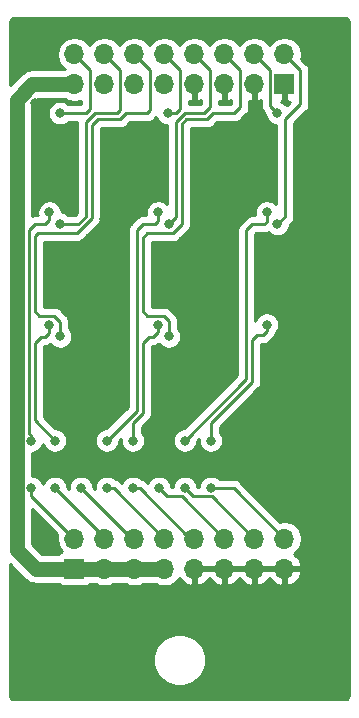
<source format=gbl>
%TF.GenerationSoftware,KiCad,Pcbnew,(5.1.9)-1*%
%TF.CreationDate,2021-06-12T20:34:52+01:00*%
%TF.ProjectId,ModulePullUpDown,4d6f6475-6c65-4507-956c-6c5570446f77,rev?*%
%TF.SameCoordinates,Original*%
%TF.FileFunction,Copper,L2,Bot*%
%TF.FilePolarity,Positive*%
%FSLAX46Y46*%
G04 Gerber Fmt 4.6, Leading zero omitted, Abs format (unit mm)*
G04 Created by KiCad (PCBNEW (5.1.9)-1) date 2021-06-12 20:34:52*
%MOMM*%
%LPD*%
G01*
G04 APERTURE LIST*
%TA.AperFunction,ComponentPad*%
%ADD10R,1.700000X1.700000*%
%TD*%
%TA.AperFunction,ComponentPad*%
%ADD11O,1.700000X1.700000*%
%TD*%
%TA.AperFunction,ViaPad*%
%ADD12C,0.800000*%
%TD*%
%TA.AperFunction,Conductor*%
%ADD13C,1.270000*%
%TD*%
%TA.AperFunction,Conductor*%
%ADD14C,0.250000*%
%TD*%
%TA.AperFunction,Conductor*%
%ADD15C,0.254000*%
%TD*%
%TA.AperFunction,Conductor*%
%ADD16C,0.100000*%
%TD*%
G04 APERTURE END LIST*
D10*
%TO.P,J1,1*%
%TO.N,+5V*%
X26110000Y-67770000D03*
D11*
%TO.P,J1,2*%
%TO.N,O0*%
X26110000Y-65230000D03*
%TO.P,J1,3*%
%TO.N,+5V*%
X28650000Y-67770000D03*
%TO.P,J1,4*%
%TO.N,O1*%
X28650000Y-65230000D03*
%TO.P,J1,5*%
%TO.N,+5V*%
X31190000Y-67770000D03*
%TO.P,J1,6*%
%TO.N,O2*%
X31190000Y-65230000D03*
%TO.P,J1,7*%
%TO.N,+5V*%
X33730000Y-67770000D03*
%TO.P,J1,8*%
%TO.N,O3*%
X33730000Y-65230000D03*
%TO.P,J1,9*%
%TO.N,GND*%
X36270000Y-67770000D03*
%TO.P,J1,10*%
%TO.N,O4*%
X36270000Y-65230000D03*
%TO.P,J1,11*%
%TO.N,GND*%
X38810000Y-67770000D03*
%TO.P,J1,12*%
%TO.N,O5*%
X38810000Y-65230000D03*
%TO.P,J1,13*%
%TO.N,GND*%
X41350000Y-67770000D03*
%TO.P,J1,14*%
%TO.N,O6*%
X41350000Y-65230000D03*
%TO.P,J1,15*%
%TO.N,GND*%
X43890000Y-67770000D03*
%TO.P,J1,16*%
%TO.N,O7*%
X43890000Y-65230000D03*
%TD*%
D10*
%TO.P,J2,1*%
%TO.N,GND*%
X43890000Y-26770000D03*
D11*
%TO.P,J2,2*%
%TO.N,I7*%
X43890000Y-24230000D03*
%TO.P,J2,3*%
%TO.N,GND*%
X41350000Y-26770000D03*
%TO.P,J2,4*%
%TO.N,I6*%
X41350000Y-24230000D03*
%TO.P,J2,5*%
%TO.N,GND*%
X38810000Y-26770000D03*
%TO.P,J2,6*%
%TO.N,I5*%
X38810000Y-24230000D03*
%TO.P,J2,7*%
%TO.N,GND*%
X36270000Y-26770000D03*
%TO.P,J2,8*%
%TO.N,I4*%
X36270000Y-24230000D03*
%TO.P,J2,9*%
%TO.N,+5V*%
X33730000Y-26770000D03*
%TO.P,J2,10*%
%TO.N,I3*%
X33730000Y-24230000D03*
%TO.P,J2,11*%
%TO.N,+5V*%
X31190000Y-26770000D03*
%TO.P,J2,12*%
%TO.N,I2*%
X31190000Y-24230000D03*
%TO.P,J2,13*%
%TO.N,+5V*%
X28650000Y-26770000D03*
%TO.P,J2,14*%
%TO.N,I1*%
X28650000Y-24230000D03*
%TO.P,J2,15*%
%TO.N,+5V*%
X26110000Y-26770000D03*
%TO.P,J2,16*%
%TO.N,I0*%
X26110000Y-24230000D03*
%TD*%
D12*
%TO.N,GND*%
X23765000Y-72525000D03*
X45990000Y-72525000D03*
X22749000Y-28329000D03*
X23765000Y-65540000D03*
X30813500Y-32583500D03*
X40021000Y-32647000D03*
X28654500Y-38171500D03*
X28654500Y-47633000D03*
X37862000Y-38171500D03*
X37862000Y-47633000D03*
X47069500Y-38171500D03*
X43356000Y-61424000D03*
%TO.N,O0*%
X22460000Y-60924000D03*
%TO.N,O1*%
X24456000Y-60924000D03*
%TO.N,O3*%
X28856000Y-60924000D03*
%TO.N,O4*%
X31056000Y-60924000D03*
%TO.N,O5*%
X33256000Y-60924000D03*
%TO.N,O6*%
X35456000Y-60924000D03*
%TO.N,O7*%
X37656000Y-60924000D03*
%TO.N,O2*%
X26656000Y-60924000D03*
%TO.N,I0*%
X24900000Y-29200000D03*
%TO.N,I7*%
X43300000Y-38600000D03*
%TO.N,I6*%
X43300000Y-29200000D03*
%TO.N,I5*%
X34100000Y-48100000D03*
%TO.N,I4*%
X34100000Y-38600000D03*
%TO.N,I3*%
X34000000Y-29200000D03*
%TO.N,I2*%
X24900000Y-48100000D03*
%TO.N,I1*%
X24900000Y-38600000D03*
%TO.N,Net-(Q10-Pad3)*%
X33200000Y-47100000D03*
X31056000Y-56924000D03*
%TO.N,Net-(Q1-Pad3)*%
X24000000Y-37600000D03*
X22460000Y-56924000D03*
%TO.N,Net-(Q3-Pad3)*%
X24000000Y-47100000D03*
X24456000Y-56924000D03*
%TO.N,Net-(Q7-Pad3)*%
X33200000Y-37600000D03*
X28856000Y-56924000D03*
%TO.N,Net-(Q13-Pad3)*%
X42400000Y-37600000D03*
X35456000Y-56924000D03*
%TO.N,Net-(Q15-Pad3)*%
X42400000Y-47100000D03*
X37656000Y-56924000D03*
%TD*%
D13*
%TO.N,+5V*%
X26110000Y-26770000D02*
X22530000Y-26770000D01*
X22530000Y-26770000D02*
X21225000Y-28075000D01*
X26110000Y-67770000D02*
X22820000Y-67770000D01*
X21225000Y-66175000D02*
X21225000Y-64270000D01*
X22820000Y-67770000D02*
X21225000Y-66175000D01*
X21225000Y-64270000D02*
X21225000Y-64905000D01*
X21225000Y-28075000D02*
X21225000Y-64270000D01*
X33730000Y-67770000D02*
X31190000Y-67770000D01*
X31190000Y-67770000D02*
X28650000Y-67770000D01*
X26110000Y-67770000D02*
X28650000Y-67770000D01*
D14*
%TO.N,O0*%
X22460000Y-61580000D02*
X26110000Y-65230000D01*
X22460000Y-60924000D02*
X22460000Y-61580000D01*
%TO.N,O1*%
X28650000Y-65118000D02*
X28650000Y-65230000D01*
X24456000Y-60924000D02*
X28650000Y-65118000D01*
%TO.N,O3*%
X29424000Y-60924000D02*
X33730000Y-65230000D01*
X28856000Y-60924000D02*
X29424000Y-60924000D01*
%TO.N,O4*%
X35927685Y-65230000D02*
X36270000Y-65230000D01*
X31621685Y-60924000D02*
X35927685Y-65230000D01*
X31056000Y-60924000D02*
X31621685Y-60924000D01*
%TO.N,O5*%
X35229001Y-61649001D02*
X38810000Y-65230000D01*
X33981001Y-61649001D02*
X35229001Y-61649001D01*
X33256000Y-60924000D02*
X33981001Y-61649001D01*
%TO.N,O6*%
X37769001Y-61649001D02*
X41350000Y-65230000D01*
X36181001Y-61649001D02*
X37769001Y-61649001D01*
X35456000Y-60924000D02*
X36181001Y-61649001D01*
%TO.N,O7*%
X39584000Y-60924000D02*
X43890000Y-65230000D01*
X37656000Y-60924000D02*
X39584000Y-60924000D01*
%TO.N,O2*%
X30962000Y-65230000D02*
X31190000Y-65230000D01*
X26656000Y-60924000D02*
X30962000Y-65230000D01*
%TO.N,I0*%
X26110000Y-24230000D02*
X27285001Y-25405001D01*
X27448000Y-25568000D02*
X26110000Y-24230000D01*
X27448000Y-28837000D02*
X27448000Y-25568000D01*
X27085000Y-29200000D02*
X27448000Y-28837000D01*
X24900000Y-29200000D02*
X27085000Y-29200000D01*
%TO.N,I7*%
X45228000Y-25568000D02*
X43890000Y-24230000D01*
X45228000Y-28456000D02*
X45228000Y-25568000D01*
X43958000Y-29726000D02*
X45228000Y-28456000D01*
X43958000Y-37981000D02*
X43958000Y-29726000D01*
X43919000Y-37981000D02*
X43958000Y-37981000D01*
X43300000Y-38600000D02*
X43919000Y-37981000D01*
%TO.N,I6*%
X42688000Y-28588000D02*
X43300000Y-29200000D01*
X42688000Y-25568000D02*
X42688000Y-28588000D01*
X41350000Y-24230000D02*
X42688000Y-25568000D01*
%TO.N,I5*%
X39640000Y-29218000D02*
X40148000Y-28710000D01*
X40148000Y-28710000D02*
X40148000Y-25568000D01*
X34100000Y-48100000D02*
X34100000Y-46792000D01*
X34100000Y-46792000D02*
X33671000Y-46363000D01*
X37354000Y-29726000D02*
X37862000Y-29218000D01*
X33671000Y-46363000D02*
X32274000Y-46363000D01*
X40148000Y-25568000D02*
X38810000Y-24230000D01*
X32274000Y-46363000D02*
X31893000Y-45982000D01*
X31893000Y-45982000D02*
X31893000Y-39759000D01*
X31893000Y-39759000D02*
X32274000Y-39378000D01*
X35195000Y-30108410D02*
X35577410Y-29726000D01*
X35577410Y-29726000D02*
X37354000Y-29726000D01*
X32274000Y-39378000D02*
X34433000Y-39378000D01*
X37862000Y-29218000D02*
X39640000Y-29218000D01*
X34433000Y-39378000D02*
X35195000Y-38616000D01*
X35195000Y-38616000D02*
X35195000Y-30108410D01*
%TO.N,I4*%
X34687000Y-29980000D02*
X34687000Y-38013000D01*
X35449000Y-29218000D02*
X34687000Y-29980000D01*
X37100000Y-29218000D02*
X35449000Y-29218000D01*
X37608000Y-28710000D02*
X37100000Y-29218000D01*
X34687000Y-38013000D02*
X34100000Y-38600000D01*
X37608000Y-25568000D02*
X37608000Y-28710000D01*
X36270000Y-24230000D02*
X37608000Y-25568000D01*
%TO.N,I3*%
X34705000Y-29200000D02*
X34000000Y-29200000D01*
X35068000Y-28837000D02*
X34705000Y-29200000D01*
X35068000Y-25568000D02*
X35068000Y-28837000D01*
X33730000Y-24230000D02*
X35068000Y-25568000D01*
%TO.N,I2*%
X30496000Y-29218000D02*
X32274000Y-29218000D01*
X29988000Y-29726000D02*
X30496000Y-29218000D01*
X32528000Y-25568000D02*
X31190000Y-24230000D01*
X28083000Y-29726000D02*
X29988000Y-29726000D01*
X32528000Y-28964000D02*
X32528000Y-25568000D01*
X32274000Y-29218000D02*
X32528000Y-28964000D01*
X27575000Y-30234000D02*
X28083000Y-29726000D01*
X27517010Y-38167400D02*
X26560410Y-39124000D01*
X27517010Y-38165990D02*
X27517010Y-38167400D01*
X27575000Y-38108000D02*
X27517010Y-38165990D01*
X27575000Y-38108000D02*
X27575000Y-30234000D01*
X26560410Y-39124000D02*
X26559000Y-39124000D01*
X24900000Y-46863000D02*
X24900000Y-48100000D01*
X23130000Y-46363000D02*
X24400000Y-46363000D01*
X24400000Y-46363000D02*
X24900000Y-46863000D01*
X22749000Y-45982000D02*
X23130000Y-46363000D01*
X22749000Y-39632000D02*
X22749000Y-45982000D01*
X23055999Y-39325001D02*
X22749000Y-39632000D01*
X26359409Y-39325001D02*
X23055999Y-39325001D01*
X26560410Y-39124000D02*
X26359409Y-39325001D01*
%TO.N,I1*%
X27067000Y-29980000D02*
X27067000Y-37981000D01*
X27829000Y-29218000D02*
X27067000Y-29980000D01*
X29734000Y-29218000D02*
X27829000Y-29218000D01*
X26432000Y-38600000D02*
X24900000Y-38600000D01*
X27067000Y-37981000D02*
X26432000Y-38600000D01*
X29988000Y-25568000D02*
X29988000Y-28964000D01*
X28650000Y-24230000D02*
X29988000Y-25568000D01*
X29988000Y-28964000D02*
X29734000Y-29218000D01*
%TO.N,Net-(Q10-Pad3)*%
X32401000Y-48141000D02*
X31893000Y-48649000D01*
X32782000Y-48141000D02*
X32401000Y-48141000D01*
X33200000Y-47723000D02*
X32782000Y-48141000D01*
X33200000Y-47100000D02*
X33200000Y-47723000D01*
X31056000Y-55455000D02*
X31893000Y-54618000D01*
X31056000Y-56924000D02*
X31056000Y-55455000D01*
X31893000Y-48649000D02*
X31893000Y-54618000D01*
%TO.N,Net-(Q1-Pad3)*%
X22241000Y-39124000D02*
X22256000Y-56324000D01*
X22749000Y-38616000D02*
X22241000Y-39124000D01*
X23638000Y-38616000D02*
X22749000Y-38616000D01*
X24000000Y-38254000D02*
X23638000Y-38616000D01*
X24000000Y-37600000D02*
X24000000Y-38254000D01*
X22460000Y-56528000D02*
X22256000Y-56324000D01*
X22460000Y-56924000D02*
X22460000Y-56528000D01*
%TO.N,Net-(Q3-Pad3)*%
X24000000Y-47779000D02*
X24000000Y-47100000D01*
X23638000Y-48141000D02*
X24000000Y-47779000D01*
X23257000Y-48141000D02*
X23638000Y-48141000D01*
X22749000Y-48649000D02*
X23257000Y-48141000D01*
X24456000Y-56924000D02*
X22749000Y-55217000D01*
X22749000Y-55217000D02*
X22749000Y-48649000D01*
%TO.N,Net-(Q7-Pad3)*%
X31893000Y-38616000D02*
X31385000Y-39124000D01*
X32909000Y-38616000D02*
X31893000Y-38616000D01*
X33200000Y-38325000D02*
X32909000Y-38616000D01*
X33200000Y-37600000D02*
X33200000Y-38325000D01*
X31385000Y-54395000D02*
X31385000Y-53895000D01*
X28856000Y-56924000D02*
X31385000Y-54395000D01*
X31385000Y-39124000D02*
X31385000Y-53895000D01*
%TO.N,Net-(Q13-Pad3)*%
X42400000Y-37600000D02*
X42400000Y-38396000D01*
X42400000Y-38396000D02*
X42180000Y-38616000D01*
X42180000Y-38616000D02*
X41164000Y-38616000D01*
X41164000Y-38616000D02*
X40656000Y-39124000D01*
X40656000Y-51724000D02*
X40656000Y-51524000D01*
X40656000Y-39124000D02*
X40656000Y-51524000D01*
X35456000Y-56924000D02*
X40656000Y-51724000D01*
%TO.N,Net-(Q15-Pad3)*%
X41545000Y-48014000D02*
X41164000Y-48395000D01*
X42053000Y-48014000D02*
X41545000Y-48014000D01*
X42400000Y-47667000D02*
X42053000Y-48014000D01*
X42400000Y-47100000D02*
X42400000Y-47667000D01*
X37656000Y-56924000D02*
X37656000Y-55459000D01*
X37656000Y-55459000D02*
X41164000Y-51951000D01*
X41164000Y-48395000D02*
X41164000Y-51951000D01*
%TD*%
D15*
%TO.N,GND*%
X49065424Y-21169580D02*
X49128356Y-21188580D01*
X49186405Y-21219445D01*
X49237343Y-21260989D01*
X49279248Y-21311644D01*
X49310515Y-21369471D01*
X49329956Y-21432272D01*
X49340000Y-21527835D01*
X49340001Y-78467711D01*
X49330420Y-78565424D01*
X49311420Y-78628357D01*
X49280554Y-78686406D01*
X49239011Y-78737343D01*
X49188356Y-78779248D01*
X49130529Y-78810515D01*
X49067728Y-78829956D01*
X48972165Y-78840000D01*
X21032279Y-78840000D01*
X20934576Y-78830420D01*
X20871643Y-78811420D01*
X20813594Y-78780554D01*
X20762657Y-78739011D01*
X20720752Y-78688356D01*
X20689485Y-78630529D01*
X20670044Y-78567728D01*
X20660000Y-78472165D01*
X20660000Y-75279872D01*
X32765000Y-75279872D01*
X32765000Y-75720128D01*
X32850890Y-76151925D01*
X33019369Y-76558669D01*
X33263962Y-76924729D01*
X33575271Y-77236038D01*
X33941331Y-77480631D01*
X34348075Y-77649110D01*
X34779872Y-77735000D01*
X35220128Y-77735000D01*
X35651925Y-77649110D01*
X36058669Y-77480631D01*
X36424729Y-77236038D01*
X36736038Y-76924729D01*
X36980631Y-76558669D01*
X37149110Y-76151925D01*
X37235000Y-75720128D01*
X37235000Y-75279872D01*
X37149110Y-74848075D01*
X36980631Y-74441331D01*
X36736038Y-74075271D01*
X36424729Y-73763962D01*
X36058669Y-73519369D01*
X35651925Y-73350890D01*
X35220128Y-73265000D01*
X34779872Y-73265000D01*
X34348075Y-73350890D01*
X33941331Y-73519369D01*
X33575271Y-73763962D01*
X33263962Y-74075271D01*
X33019369Y-74441331D01*
X32850890Y-74848075D01*
X32765000Y-75279872D01*
X20660000Y-75279872D01*
X20660000Y-67406050D01*
X21877867Y-68623919D01*
X21917630Y-68672370D01*
X21966080Y-68712132D01*
X21966083Y-68712135D01*
X21971563Y-68716632D01*
X22111012Y-68831075D01*
X22331641Y-68949003D01*
X22571037Y-69021623D01*
X22820000Y-69046144D01*
X22882380Y-69040000D01*
X24783222Y-69040000D01*
X24808815Y-69071185D01*
X24905506Y-69150537D01*
X25015820Y-69209502D01*
X25135518Y-69245812D01*
X25260000Y-69258072D01*
X26960000Y-69258072D01*
X27084482Y-69245812D01*
X27204180Y-69209502D01*
X27314494Y-69150537D01*
X27411185Y-69071185D01*
X27436778Y-69040000D01*
X27877760Y-69040000D01*
X27946589Y-69085990D01*
X28216842Y-69197932D01*
X28503740Y-69255000D01*
X28796260Y-69255000D01*
X29083158Y-69197932D01*
X29353411Y-69085990D01*
X29422240Y-69040000D01*
X30417760Y-69040000D01*
X30486589Y-69085990D01*
X30756842Y-69197932D01*
X31043740Y-69255000D01*
X31336260Y-69255000D01*
X31623158Y-69197932D01*
X31893411Y-69085990D01*
X31962240Y-69040000D01*
X32957760Y-69040000D01*
X33026589Y-69085990D01*
X33296842Y-69197932D01*
X33583740Y-69255000D01*
X33876260Y-69255000D01*
X34163158Y-69197932D01*
X34433411Y-69085990D01*
X34676632Y-68923475D01*
X34883475Y-68716632D01*
X35005195Y-68534466D01*
X35074822Y-68651355D01*
X35269731Y-68867588D01*
X35503080Y-69041641D01*
X35765901Y-69166825D01*
X35913110Y-69211476D01*
X36143000Y-69090155D01*
X36143000Y-67897000D01*
X36397000Y-67897000D01*
X36397000Y-69090155D01*
X36626890Y-69211476D01*
X36774099Y-69166825D01*
X37036920Y-69041641D01*
X37270269Y-68867588D01*
X37465178Y-68651355D01*
X37540000Y-68525745D01*
X37614822Y-68651355D01*
X37809731Y-68867588D01*
X38043080Y-69041641D01*
X38305901Y-69166825D01*
X38453110Y-69211476D01*
X38683000Y-69090155D01*
X38683000Y-67897000D01*
X38937000Y-67897000D01*
X38937000Y-69090155D01*
X39166890Y-69211476D01*
X39314099Y-69166825D01*
X39576920Y-69041641D01*
X39810269Y-68867588D01*
X40005178Y-68651355D01*
X40080000Y-68525745D01*
X40154822Y-68651355D01*
X40349731Y-68867588D01*
X40583080Y-69041641D01*
X40845901Y-69166825D01*
X40993110Y-69211476D01*
X41223000Y-69090155D01*
X41223000Y-67897000D01*
X41477000Y-67897000D01*
X41477000Y-69090155D01*
X41706890Y-69211476D01*
X41854099Y-69166825D01*
X42116920Y-69041641D01*
X42350269Y-68867588D01*
X42545178Y-68651355D01*
X42620000Y-68525745D01*
X42694822Y-68651355D01*
X42889731Y-68867588D01*
X43123080Y-69041641D01*
X43385901Y-69166825D01*
X43533110Y-69211476D01*
X43763000Y-69090155D01*
X43763000Y-67897000D01*
X44017000Y-67897000D01*
X44017000Y-69090155D01*
X44246890Y-69211476D01*
X44394099Y-69166825D01*
X44656920Y-69041641D01*
X44890269Y-68867588D01*
X45085178Y-68651355D01*
X45234157Y-68401252D01*
X45331481Y-68126891D01*
X45210814Y-67897000D01*
X44017000Y-67897000D01*
X43763000Y-67897000D01*
X41477000Y-67897000D01*
X41223000Y-67897000D01*
X38937000Y-67897000D01*
X38683000Y-67897000D01*
X36397000Y-67897000D01*
X36143000Y-67897000D01*
X36123000Y-67897000D01*
X36123000Y-67643000D01*
X36143000Y-67643000D01*
X36143000Y-67623000D01*
X36397000Y-67623000D01*
X36397000Y-67643000D01*
X38683000Y-67643000D01*
X38683000Y-67623000D01*
X38937000Y-67623000D01*
X38937000Y-67643000D01*
X41223000Y-67643000D01*
X41223000Y-67623000D01*
X41477000Y-67623000D01*
X41477000Y-67643000D01*
X43763000Y-67643000D01*
X43763000Y-67623000D01*
X44017000Y-67623000D01*
X44017000Y-67643000D01*
X45210814Y-67643000D01*
X45331481Y-67413109D01*
X45234157Y-67138748D01*
X45085178Y-66888645D01*
X44890269Y-66672412D01*
X44660594Y-66501100D01*
X44836632Y-66383475D01*
X45043475Y-66176632D01*
X45205990Y-65933411D01*
X45317932Y-65663158D01*
X45375000Y-65376260D01*
X45375000Y-65083740D01*
X45317932Y-64796842D01*
X45205990Y-64526589D01*
X45043475Y-64283368D01*
X44836632Y-64076525D01*
X44593411Y-63914010D01*
X44323158Y-63802068D01*
X44036260Y-63745000D01*
X43743740Y-63745000D01*
X43523592Y-63788790D01*
X40147804Y-60413003D01*
X40124001Y-60383999D01*
X40008276Y-60289026D01*
X39876247Y-60218454D01*
X39732986Y-60174997D01*
X39621333Y-60164000D01*
X39621322Y-60164000D01*
X39584000Y-60160324D01*
X39546678Y-60164000D01*
X38359711Y-60164000D01*
X38315774Y-60120063D01*
X38146256Y-60006795D01*
X37957898Y-59928774D01*
X37757939Y-59889000D01*
X37554061Y-59889000D01*
X37354102Y-59928774D01*
X37165744Y-60006795D01*
X36996226Y-60120063D01*
X36852063Y-60264226D01*
X36738795Y-60433744D01*
X36660774Y-60622102D01*
X36621000Y-60822061D01*
X36621000Y-60889001D01*
X36495803Y-60889001D01*
X36491000Y-60884198D01*
X36491000Y-60822061D01*
X36451226Y-60622102D01*
X36373205Y-60433744D01*
X36259937Y-60264226D01*
X36115774Y-60120063D01*
X35946256Y-60006795D01*
X35757898Y-59928774D01*
X35557939Y-59889000D01*
X35354061Y-59889000D01*
X35154102Y-59928774D01*
X34965744Y-60006795D01*
X34796226Y-60120063D01*
X34652063Y-60264226D01*
X34538795Y-60433744D01*
X34460774Y-60622102D01*
X34421000Y-60822061D01*
X34421000Y-60889001D01*
X34295803Y-60889001D01*
X34291000Y-60884198D01*
X34291000Y-60822061D01*
X34251226Y-60622102D01*
X34173205Y-60433744D01*
X34059937Y-60264226D01*
X33915774Y-60120063D01*
X33746256Y-60006795D01*
X33557898Y-59928774D01*
X33357939Y-59889000D01*
X33154061Y-59889000D01*
X32954102Y-59928774D01*
X32765744Y-60006795D01*
X32596226Y-60120063D01*
X32452063Y-60264226D01*
X32338795Y-60433744D01*
X32299967Y-60527481D01*
X32185489Y-60413003D01*
X32161686Y-60383999D01*
X32045961Y-60289026D01*
X31913932Y-60218454D01*
X31770724Y-60175013D01*
X31715774Y-60120063D01*
X31546256Y-60006795D01*
X31357898Y-59928774D01*
X31157939Y-59889000D01*
X30954061Y-59889000D01*
X30754102Y-59928774D01*
X30565744Y-60006795D01*
X30396226Y-60120063D01*
X30252063Y-60264226D01*
X30138795Y-60433744D01*
X30100645Y-60525844D01*
X29987804Y-60413003D01*
X29964001Y-60383999D01*
X29848276Y-60289026D01*
X29716247Y-60218454D01*
X29572986Y-60174997D01*
X29570459Y-60174748D01*
X29515774Y-60120063D01*
X29346256Y-60006795D01*
X29157898Y-59928774D01*
X28957939Y-59889000D01*
X28754061Y-59889000D01*
X28554102Y-59928774D01*
X28365744Y-60006795D01*
X28196226Y-60120063D01*
X28052063Y-60264226D01*
X27938795Y-60433744D01*
X27860774Y-60622102D01*
X27821000Y-60822061D01*
X27821000Y-61014199D01*
X27691000Y-60884199D01*
X27691000Y-60822061D01*
X27651226Y-60622102D01*
X27573205Y-60433744D01*
X27459937Y-60264226D01*
X27315774Y-60120063D01*
X27146256Y-60006795D01*
X26957898Y-59928774D01*
X26757939Y-59889000D01*
X26554061Y-59889000D01*
X26354102Y-59928774D01*
X26165744Y-60006795D01*
X25996226Y-60120063D01*
X25852063Y-60264226D01*
X25738795Y-60433744D01*
X25660774Y-60622102D01*
X25621000Y-60822061D01*
X25621000Y-61014199D01*
X25491000Y-60884199D01*
X25491000Y-60822061D01*
X25451226Y-60622102D01*
X25373205Y-60433744D01*
X25259937Y-60264226D01*
X25115774Y-60120063D01*
X24946256Y-60006795D01*
X24757898Y-59928774D01*
X24557939Y-59889000D01*
X24354061Y-59889000D01*
X24154102Y-59928774D01*
X23965744Y-60006795D01*
X23796226Y-60120063D01*
X23652063Y-60264226D01*
X23538795Y-60433744D01*
X23460774Y-60622102D01*
X23458000Y-60636048D01*
X23455226Y-60622102D01*
X23377205Y-60433744D01*
X23263937Y-60264226D01*
X23119774Y-60120063D01*
X22950256Y-60006795D01*
X22761898Y-59928774D01*
X22561939Y-59889000D01*
X22495000Y-59889000D01*
X22495000Y-57959000D01*
X22561939Y-57959000D01*
X22761898Y-57919226D01*
X22950256Y-57841205D01*
X23119774Y-57727937D01*
X23263937Y-57583774D01*
X23377205Y-57414256D01*
X23455226Y-57225898D01*
X23458000Y-57211952D01*
X23460774Y-57225898D01*
X23538795Y-57414256D01*
X23652063Y-57583774D01*
X23796226Y-57727937D01*
X23965744Y-57841205D01*
X24154102Y-57919226D01*
X24354061Y-57959000D01*
X24557939Y-57959000D01*
X24757898Y-57919226D01*
X24946256Y-57841205D01*
X25115774Y-57727937D01*
X25259937Y-57583774D01*
X25373205Y-57414256D01*
X25451226Y-57225898D01*
X25491000Y-57025939D01*
X25491000Y-56822061D01*
X25451226Y-56622102D01*
X25373205Y-56433744D01*
X25259937Y-56264226D01*
X25115774Y-56120063D01*
X24946256Y-56006795D01*
X24757898Y-55928774D01*
X24557939Y-55889000D01*
X24495802Y-55889000D01*
X23509000Y-54902199D01*
X23509000Y-48963801D01*
X23571802Y-48901000D01*
X23600678Y-48901000D01*
X23638000Y-48904676D01*
X23675322Y-48901000D01*
X23675333Y-48901000D01*
X23786986Y-48890003D01*
X23930247Y-48846546D01*
X24062276Y-48775974D01*
X24091088Y-48752329D01*
X24096063Y-48759774D01*
X24240226Y-48903937D01*
X24409744Y-49017205D01*
X24598102Y-49095226D01*
X24798061Y-49135000D01*
X25001939Y-49135000D01*
X25201898Y-49095226D01*
X25390256Y-49017205D01*
X25559774Y-48903937D01*
X25703937Y-48759774D01*
X25817205Y-48590256D01*
X25895226Y-48401898D01*
X25935000Y-48201939D01*
X25935000Y-47998061D01*
X25895226Y-47798102D01*
X25817205Y-47609744D01*
X25703937Y-47440226D01*
X25660000Y-47396289D01*
X25660000Y-46900325D01*
X25663676Y-46863000D01*
X25660000Y-46825675D01*
X25660000Y-46825667D01*
X25649003Y-46714014D01*
X25605546Y-46570753D01*
X25534974Y-46438724D01*
X25440001Y-46322999D01*
X25410998Y-46299197D01*
X24963804Y-45852003D01*
X24940001Y-45822999D01*
X24824276Y-45728026D01*
X24692247Y-45657454D01*
X24548986Y-45613997D01*
X24437333Y-45603000D01*
X24437322Y-45603000D01*
X24400000Y-45599324D01*
X24362678Y-45603000D01*
X23509000Y-45603000D01*
X23509000Y-40085001D01*
X26322087Y-40085001D01*
X26359409Y-40088677D01*
X26396731Y-40085001D01*
X26396742Y-40085001D01*
X26508395Y-40074004D01*
X26651656Y-40030547D01*
X26783685Y-39959975D01*
X26899410Y-39865002D01*
X26923213Y-39835998D01*
X27071407Y-39687804D01*
X27100411Y-39664001D01*
X27124214Y-39634998D01*
X28028013Y-38731199D01*
X28057011Y-38707401D01*
X28086694Y-38671232D01*
X28115001Y-38648001D01*
X28209974Y-38532276D01*
X28280546Y-38400247D01*
X28324003Y-38256986D01*
X28335000Y-38145333D01*
X28335000Y-38145323D01*
X28338676Y-38108001D01*
X28335000Y-38070678D01*
X28335000Y-30548801D01*
X28397802Y-30486000D01*
X29950678Y-30486000D01*
X29988000Y-30489676D01*
X30025322Y-30486000D01*
X30025333Y-30486000D01*
X30136986Y-30475003D01*
X30280247Y-30431546D01*
X30412276Y-30360974D01*
X30528001Y-30266001D01*
X30551803Y-30236998D01*
X30810802Y-29978000D01*
X32236678Y-29978000D01*
X32274000Y-29981676D01*
X32311322Y-29978000D01*
X32311333Y-29978000D01*
X32422986Y-29967003D01*
X32566247Y-29923546D01*
X32698276Y-29852974D01*
X32814001Y-29758001D01*
X32837804Y-29728997D01*
X33022385Y-29544416D01*
X33082795Y-29690256D01*
X33196063Y-29859774D01*
X33340226Y-30003937D01*
X33509744Y-30117205D01*
X33698102Y-30195226D01*
X33898061Y-30235000D01*
X33927000Y-30235000D01*
X33927001Y-36863290D01*
X33859774Y-36796063D01*
X33690256Y-36682795D01*
X33501898Y-36604774D01*
X33301939Y-36565000D01*
X33098061Y-36565000D01*
X32898102Y-36604774D01*
X32709744Y-36682795D01*
X32540226Y-36796063D01*
X32396063Y-36940226D01*
X32282795Y-37109744D01*
X32204774Y-37298102D01*
X32165000Y-37498061D01*
X32165000Y-37701939D01*
X32195644Y-37856000D01*
X31930322Y-37856000D01*
X31892999Y-37852324D01*
X31855676Y-37856000D01*
X31855667Y-37856000D01*
X31744014Y-37866997D01*
X31600753Y-37910454D01*
X31468724Y-37981026D01*
X31352999Y-38075999D01*
X31329200Y-38104998D01*
X30874002Y-38560197D01*
X30844999Y-38583999D01*
X30808070Y-38628998D01*
X30750026Y-38699724D01*
X30688944Y-38813999D01*
X30679454Y-38831754D01*
X30635997Y-38975015D01*
X30625000Y-39086668D01*
X30625000Y-39086678D01*
X30621324Y-39124000D01*
X30625000Y-39161322D01*
X30625001Y-53857657D01*
X30625000Y-53857667D01*
X30625000Y-54080198D01*
X28816199Y-55889000D01*
X28754061Y-55889000D01*
X28554102Y-55928774D01*
X28365744Y-56006795D01*
X28196226Y-56120063D01*
X28052063Y-56264226D01*
X27938795Y-56433744D01*
X27860774Y-56622102D01*
X27821000Y-56822061D01*
X27821000Y-57025939D01*
X27860774Y-57225898D01*
X27938795Y-57414256D01*
X28052063Y-57583774D01*
X28196226Y-57727937D01*
X28365744Y-57841205D01*
X28554102Y-57919226D01*
X28754061Y-57959000D01*
X28957939Y-57959000D01*
X29157898Y-57919226D01*
X29346256Y-57841205D01*
X29515774Y-57727937D01*
X29659937Y-57583774D01*
X29773205Y-57414256D01*
X29851226Y-57225898D01*
X29891000Y-57025939D01*
X29891000Y-56963801D01*
X30021000Y-56833801D01*
X30021000Y-57025939D01*
X30060774Y-57225898D01*
X30138795Y-57414256D01*
X30252063Y-57583774D01*
X30396226Y-57727937D01*
X30565744Y-57841205D01*
X30754102Y-57919226D01*
X30954061Y-57959000D01*
X31157939Y-57959000D01*
X31357898Y-57919226D01*
X31546256Y-57841205D01*
X31715774Y-57727937D01*
X31859937Y-57583774D01*
X31973205Y-57414256D01*
X32051226Y-57225898D01*
X32091000Y-57025939D01*
X32091000Y-56822061D01*
X32051226Y-56622102D01*
X31973205Y-56433744D01*
X31859937Y-56264226D01*
X31816000Y-56220289D01*
X31816000Y-55769801D01*
X32404003Y-55181799D01*
X32433001Y-55158001D01*
X32527974Y-55042276D01*
X32598546Y-54910247D01*
X32642003Y-54766986D01*
X32653000Y-54655333D01*
X32653000Y-54655325D01*
X32656676Y-54618000D01*
X32653000Y-54580675D01*
X32653000Y-48963801D01*
X32715802Y-48901000D01*
X32744678Y-48901000D01*
X32782000Y-48904676D01*
X32819322Y-48901000D01*
X32819333Y-48901000D01*
X32930986Y-48890003D01*
X33074247Y-48846546D01*
X33206276Y-48775974D01*
X33271255Y-48722647D01*
X33296063Y-48759774D01*
X33440226Y-48903937D01*
X33609744Y-49017205D01*
X33798102Y-49095226D01*
X33998061Y-49135000D01*
X34201939Y-49135000D01*
X34401898Y-49095226D01*
X34590256Y-49017205D01*
X34759774Y-48903937D01*
X34903937Y-48759774D01*
X35017205Y-48590256D01*
X35095226Y-48401898D01*
X35135000Y-48201939D01*
X35135000Y-47998061D01*
X35095226Y-47798102D01*
X35017205Y-47609744D01*
X34903937Y-47440226D01*
X34860000Y-47396289D01*
X34860000Y-46829333D01*
X34863677Y-46792000D01*
X34849003Y-46643014D01*
X34805546Y-46499753D01*
X34734974Y-46367724D01*
X34722068Y-46351998D01*
X34640001Y-46251999D01*
X34610997Y-46228196D01*
X34234804Y-45852003D01*
X34211001Y-45822999D01*
X34095276Y-45728026D01*
X33963247Y-45657454D01*
X33819986Y-45613997D01*
X33708333Y-45603000D01*
X33708322Y-45603000D01*
X33671000Y-45599324D01*
X33633678Y-45603000D01*
X32653000Y-45603000D01*
X32653000Y-40138000D01*
X34395678Y-40138000D01*
X34433000Y-40141676D01*
X34470322Y-40138000D01*
X34470333Y-40138000D01*
X34581986Y-40127003D01*
X34725247Y-40083546D01*
X34857276Y-40012974D01*
X34973001Y-39918001D01*
X34996803Y-39888998D01*
X35706004Y-39179798D01*
X35735001Y-39156001D01*
X35829974Y-39040276D01*
X35900546Y-38908247D01*
X35944003Y-38764986D01*
X35955000Y-38653333D01*
X35955000Y-38653325D01*
X35958676Y-38616000D01*
X35955000Y-38578675D01*
X35955000Y-30486000D01*
X37316678Y-30486000D01*
X37354000Y-30489676D01*
X37391322Y-30486000D01*
X37391333Y-30486000D01*
X37502986Y-30475003D01*
X37646247Y-30431546D01*
X37778276Y-30360974D01*
X37894001Y-30266001D01*
X37917803Y-30236998D01*
X38176802Y-29978000D01*
X39602678Y-29978000D01*
X39640000Y-29981676D01*
X39677322Y-29978000D01*
X39677333Y-29978000D01*
X39788986Y-29967003D01*
X39932247Y-29923546D01*
X40064276Y-29852974D01*
X40180001Y-29758001D01*
X40203803Y-29728998D01*
X40659003Y-29273798D01*
X40688001Y-29250001D01*
X40782974Y-29134276D01*
X40853546Y-29002247D01*
X40897003Y-28858986D01*
X40908000Y-28747333D01*
X40908000Y-28747324D01*
X40911676Y-28710001D01*
X40908000Y-28672678D01*
X40908000Y-28185661D01*
X40993110Y-28211476D01*
X41223000Y-28090155D01*
X41223000Y-26897000D01*
X41203000Y-26897000D01*
X41203000Y-26643000D01*
X41223000Y-26643000D01*
X41223000Y-26623000D01*
X41477000Y-26623000D01*
X41477000Y-26643000D01*
X41497000Y-26643000D01*
X41497000Y-26897000D01*
X41477000Y-26897000D01*
X41477000Y-28090155D01*
X41706890Y-28211476D01*
X41854099Y-28166825D01*
X41928001Y-28131625D01*
X41928001Y-28550668D01*
X41924324Y-28588000D01*
X41928001Y-28625333D01*
X41938998Y-28736986D01*
X41942137Y-28747333D01*
X41982454Y-28880246D01*
X42053026Y-29012276D01*
X42099591Y-29069015D01*
X42148000Y-29128001D01*
X42176998Y-29151799D01*
X42265000Y-29239801D01*
X42265000Y-29301939D01*
X42304774Y-29501898D01*
X42382795Y-29690256D01*
X42496063Y-29859774D01*
X42640226Y-30003937D01*
X42809744Y-30117205D01*
X42998102Y-30195226D01*
X43198001Y-30234988D01*
X43198000Y-36934289D01*
X43059774Y-36796063D01*
X42890256Y-36682795D01*
X42701898Y-36604774D01*
X42501939Y-36565000D01*
X42298061Y-36565000D01*
X42098102Y-36604774D01*
X41909744Y-36682795D01*
X41740226Y-36796063D01*
X41596063Y-36940226D01*
X41482795Y-37109744D01*
X41404774Y-37298102D01*
X41365000Y-37498061D01*
X41365000Y-37701939D01*
X41395644Y-37856000D01*
X41201322Y-37856000D01*
X41163999Y-37852324D01*
X41126676Y-37856000D01*
X41126667Y-37856000D01*
X41015014Y-37866997D01*
X40871753Y-37910454D01*
X40739724Y-37981026D01*
X40623999Y-38075999D01*
X40600200Y-38104998D01*
X40145002Y-38560197D01*
X40115999Y-38583999D01*
X40079070Y-38628998D01*
X40021026Y-38699724D01*
X39959944Y-38813999D01*
X39950454Y-38831754D01*
X39906997Y-38975015D01*
X39896000Y-39086668D01*
X39896000Y-39086678D01*
X39892324Y-39124000D01*
X39896000Y-39161322D01*
X39896001Y-51409197D01*
X35416199Y-55889000D01*
X35354061Y-55889000D01*
X35154102Y-55928774D01*
X34965744Y-56006795D01*
X34796226Y-56120063D01*
X34652063Y-56264226D01*
X34538795Y-56433744D01*
X34460774Y-56622102D01*
X34421000Y-56822061D01*
X34421000Y-57025939D01*
X34460774Y-57225898D01*
X34538795Y-57414256D01*
X34652063Y-57583774D01*
X34796226Y-57727937D01*
X34965744Y-57841205D01*
X35154102Y-57919226D01*
X35354061Y-57959000D01*
X35557939Y-57959000D01*
X35757898Y-57919226D01*
X35946256Y-57841205D01*
X36115774Y-57727937D01*
X36259937Y-57583774D01*
X36373205Y-57414256D01*
X36451226Y-57225898D01*
X36491000Y-57025939D01*
X36491000Y-56963801D01*
X36621000Y-56833801D01*
X36621000Y-57025939D01*
X36660774Y-57225898D01*
X36738795Y-57414256D01*
X36852063Y-57583774D01*
X36996226Y-57727937D01*
X37165744Y-57841205D01*
X37354102Y-57919226D01*
X37554061Y-57959000D01*
X37757939Y-57959000D01*
X37957898Y-57919226D01*
X38146256Y-57841205D01*
X38315774Y-57727937D01*
X38459937Y-57583774D01*
X38573205Y-57414256D01*
X38651226Y-57225898D01*
X38691000Y-57025939D01*
X38691000Y-56822061D01*
X38651226Y-56622102D01*
X38573205Y-56433744D01*
X38459937Y-56264226D01*
X38416000Y-56220289D01*
X38416000Y-55773801D01*
X41675003Y-52514799D01*
X41704001Y-52491001D01*
X41798974Y-52375276D01*
X41869546Y-52243247D01*
X41913003Y-52099986D01*
X41924000Y-51988333D01*
X41924000Y-51988324D01*
X41927676Y-51951001D01*
X41924000Y-51913678D01*
X41924000Y-48774000D01*
X42015678Y-48774000D01*
X42053000Y-48777676D01*
X42090322Y-48774000D01*
X42090333Y-48774000D01*
X42201986Y-48763003D01*
X42345247Y-48719546D01*
X42477276Y-48648974D01*
X42593001Y-48554001D01*
X42616804Y-48524997D01*
X42910997Y-48230804D01*
X42940001Y-48207001D01*
X43034974Y-48091276D01*
X43105546Y-47959247D01*
X43149003Y-47815986D01*
X43149143Y-47814568D01*
X43203937Y-47759774D01*
X43317205Y-47590256D01*
X43395226Y-47401898D01*
X43435000Y-47201939D01*
X43435000Y-46998061D01*
X43395226Y-46798102D01*
X43317205Y-46609744D01*
X43203937Y-46440226D01*
X43059774Y-46296063D01*
X42890256Y-46182795D01*
X42701898Y-46104774D01*
X42501939Y-46065000D01*
X42298061Y-46065000D01*
X42098102Y-46104774D01*
X41909744Y-46182795D01*
X41740226Y-46296063D01*
X41596063Y-46440226D01*
X41482795Y-46609744D01*
X41416000Y-46771000D01*
X41416000Y-39438801D01*
X41478802Y-39376000D01*
X42142678Y-39376000D01*
X42180000Y-39379676D01*
X42217322Y-39376000D01*
X42217333Y-39376000D01*
X42328986Y-39365003D01*
X42472247Y-39321546D01*
X42528022Y-39291733D01*
X42640226Y-39403937D01*
X42809744Y-39517205D01*
X42998102Y-39595226D01*
X43198061Y-39635000D01*
X43401939Y-39635000D01*
X43601898Y-39595226D01*
X43790256Y-39517205D01*
X43959774Y-39403937D01*
X44103937Y-39259774D01*
X44217205Y-39090256D01*
X44295226Y-38901898D01*
X44335000Y-38701939D01*
X44335000Y-38641244D01*
X44382276Y-38615974D01*
X44498001Y-38521001D01*
X44592974Y-38405276D01*
X44663546Y-38273247D01*
X44707003Y-38129986D01*
X44721677Y-37981000D01*
X44718000Y-37943667D01*
X44718000Y-30040801D01*
X45739004Y-29019798D01*
X45768001Y-28996001D01*
X45862974Y-28880276D01*
X45933546Y-28748247D01*
X45977003Y-28604986D01*
X45988000Y-28493333D01*
X45988000Y-28493324D01*
X45991676Y-28456001D01*
X45988000Y-28418678D01*
X45988000Y-25605325D01*
X45991676Y-25568000D01*
X45988000Y-25530675D01*
X45988000Y-25530667D01*
X45977003Y-25419014D01*
X45933546Y-25275753D01*
X45862974Y-25143724D01*
X45768001Y-25027999D01*
X45739003Y-25004201D01*
X45331210Y-24596408D01*
X45375000Y-24376260D01*
X45375000Y-24083740D01*
X45317932Y-23796842D01*
X45205990Y-23526589D01*
X45043475Y-23283368D01*
X44836632Y-23076525D01*
X44593411Y-22914010D01*
X44323158Y-22802068D01*
X44036260Y-22745000D01*
X43743740Y-22745000D01*
X43456842Y-22802068D01*
X43186589Y-22914010D01*
X42943368Y-23076525D01*
X42736525Y-23283368D01*
X42620000Y-23457760D01*
X42503475Y-23283368D01*
X42296632Y-23076525D01*
X42053411Y-22914010D01*
X41783158Y-22802068D01*
X41496260Y-22745000D01*
X41203740Y-22745000D01*
X40916842Y-22802068D01*
X40646589Y-22914010D01*
X40403368Y-23076525D01*
X40196525Y-23283368D01*
X40080000Y-23457760D01*
X39963475Y-23283368D01*
X39756632Y-23076525D01*
X39513411Y-22914010D01*
X39243158Y-22802068D01*
X38956260Y-22745000D01*
X38663740Y-22745000D01*
X38376842Y-22802068D01*
X38106589Y-22914010D01*
X37863368Y-23076525D01*
X37656525Y-23283368D01*
X37540000Y-23457760D01*
X37423475Y-23283368D01*
X37216632Y-23076525D01*
X36973411Y-22914010D01*
X36703158Y-22802068D01*
X36416260Y-22745000D01*
X36123740Y-22745000D01*
X35836842Y-22802068D01*
X35566589Y-22914010D01*
X35323368Y-23076525D01*
X35116525Y-23283368D01*
X35000000Y-23457760D01*
X34883475Y-23283368D01*
X34676632Y-23076525D01*
X34433411Y-22914010D01*
X34163158Y-22802068D01*
X33876260Y-22745000D01*
X33583740Y-22745000D01*
X33296842Y-22802068D01*
X33026589Y-22914010D01*
X32783368Y-23076525D01*
X32576525Y-23283368D01*
X32460000Y-23457760D01*
X32343475Y-23283368D01*
X32136632Y-23076525D01*
X31893411Y-22914010D01*
X31623158Y-22802068D01*
X31336260Y-22745000D01*
X31043740Y-22745000D01*
X30756842Y-22802068D01*
X30486589Y-22914010D01*
X30243368Y-23076525D01*
X30036525Y-23283368D01*
X29920000Y-23457760D01*
X29803475Y-23283368D01*
X29596632Y-23076525D01*
X29353411Y-22914010D01*
X29083158Y-22802068D01*
X28796260Y-22745000D01*
X28503740Y-22745000D01*
X28216842Y-22802068D01*
X27946589Y-22914010D01*
X27703368Y-23076525D01*
X27496525Y-23283368D01*
X27380000Y-23457760D01*
X27263475Y-23283368D01*
X27056632Y-23076525D01*
X26813411Y-22914010D01*
X26543158Y-22802068D01*
X26256260Y-22745000D01*
X25963740Y-22745000D01*
X25676842Y-22802068D01*
X25406589Y-22914010D01*
X25163368Y-23076525D01*
X24956525Y-23283368D01*
X24794010Y-23526589D01*
X24682068Y-23796842D01*
X24625000Y-24083740D01*
X24625000Y-24376260D01*
X24682068Y-24663158D01*
X24794010Y-24933411D01*
X24956525Y-25176632D01*
X25163368Y-25383475D01*
X25337760Y-25500000D01*
X22592380Y-25500000D01*
X22530000Y-25493856D01*
X22467620Y-25500000D01*
X22281037Y-25518377D01*
X22041641Y-25590997D01*
X21821012Y-25708925D01*
X21726086Y-25786829D01*
X21676083Y-25827865D01*
X21676080Y-25827868D01*
X21627630Y-25867630D01*
X21587867Y-25916081D01*
X20660000Y-26843949D01*
X20660000Y-21532279D01*
X20669580Y-21434576D01*
X20688580Y-21371644D01*
X20719445Y-21313595D01*
X20760989Y-21262657D01*
X20811644Y-21220752D01*
X20869471Y-21189485D01*
X20932272Y-21170044D01*
X21027835Y-21160000D01*
X48967721Y-21160000D01*
X49065424Y-21169580D01*
%TA.AperFunction,Conductor*%
D16*
G36*
X49065424Y-21169580D02*
G01*
X49128356Y-21188580D01*
X49186405Y-21219445D01*
X49237343Y-21260989D01*
X49279248Y-21311644D01*
X49310515Y-21369471D01*
X49329956Y-21432272D01*
X49340000Y-21527835D01*
X49340001Y-78467711D01*
X49330420Y-78565424D01*
X49311420Y-78628357D01*
X49280554Y-78686406D01*
X49239011Y-78737343D01*
X49188356Y-78779248D01*
X49130529Y-78810515D01*
X49067728Y-78829956D01*
X48972165Y-78840000D01*
X21032279Y-78840000D01*
X20934576Y-78830420D01*
X20871643Y-78811420D01*
X20813594Y-78780554D01*
X20762657Y-78739011D01*
X20720752Y-78688356D01*
X20689485Y-78630529D01*
X20670044Y-78567728D01*
X20660000Y-78472165D01*
X20660000Y-75279872D01*
X32765000Y-75279872D01*
X32765000Y-75720128D01*
X32850890Y-76151925D01*
X33019369Y-76558669D01*
X33263962Y-76924729D01*
X33575271Y-77236038D01*
X33941331Y-77480631D01*
X34348075Y-77649110D01*
X34779872Y-77735000D01*
X35220128Y-77735000D01*
X35651925Y-77649110D01*
X36058669Y-77480631D01*
X36424729Y-77236038D01*
X36736038Y-76924729D01*
X36980631Y-76558669D01*
X37149110Y-76151925D01*
X37235000Y-75720128D01*
X37235000Y-75279872D01*
X37149110Y-74848075D01*
X36980631Y-74441331D01*
X36736038Y-74075271D01*
X36424729Y-73763962D01*
X36058669Y-73519369D01*
X35651925Y-73350890D01*
X35220128Y-73265000D01*
X34779872Y-73265000D01*
X34348075Y-73350890D01*
X33941331Y-73519369D01*
X33575271Y-73763962D01*
X33263962Y-74075271D01*
X33019369Y-74441331D01*
X32850890Y-74848075D01*
X32765000Y-75279872D01*
X20660000Y-75279872D01*
X20660000Y-67406050D01*
X21877867Y-68623919D01*
X21917630Y-68672370D01*
X21966080Y-68712132D01*
X21966083Y-68712135D01*
X21971563Y-68716632D01*
X22111012Y-68831075D01*
X22331641Y-68949003D01*
X22571037Y-69021623D01*
X22820000Y-69046144D01*
X22882380Y-69040000D01*
X24783222Y-69040000D01*
X24808815Y-69071185D01*
X24905506Y-69150537D01*
X25015820Y-69209502D01*
X25135518Y-69245812D01*
X25260000Y-69258072D01*
X26960000Y-69258072D01*
X27084482Y-69245812D01*
X27204180Y-69209502D01*
X27314494Y-69150537D01*
X27411185Y-69071185D01*
X27436778Y-69040000D01*
X27877760Y-69040000D01*
X27946589Y-69085990D01*
X28216842Y-69197932D01*
X28503740Y-69255000D01*
X28796260Y-69255000D01*
X29083158Y-69197932D01*
X29353411Y-69085990D01*
X29422240Y-69040000D01*
X30417760Y-69040000D01*
X30486589Y-69085990D01*
X30756842Y-69197932D01*
X31043740Y-69255000D01*
X31336260Y-69255000D01*
X31623158Y-69197932D01*
X31893411Y-69085990D01*
X31962240Y-69040000D01*
X32957760Y-69040000D01*
X33026589Y-69085990D01*
X33296842Y-69197932D01*
X33583740Y-69255000D01*
X33876260Y-69255000D01*
X34163158Y-69197932D01*
X34433411Y-69085990D01*
X34676632Y-68923475D01*
X34883475Y-68716632D01*
X35005195Y-68534466D01*
X35074822Y-68651355D01*
X35269731Y-68867588D01*
X35503080Y-69041641D01*
X35765901Y-69166825D01*
X35913110Y-69211476D01*
X36143000Y-69090155D01*
X36143000Y-67897000D01*
X36397000Y-67897000D01*
X36397000Y-69090155D01*
X36626890Y-69211476D01*
X36774099Y-69166825D01*
X37036920Y-69041641D01*
X37270269Y-68867588D01*
X37465178Y-68651355D01*
X37540000Y-68525745D01*
X37614822Y-68651355D01*
X37809731Y-68867588D01*
X38043080Y-69041641D01*
X38305901Y-69166825D01*
X38453110Y-69211476D01*
X38683000Y-69090155D01*
X38683000Y-67897000D01*
X38937000Y-67897000D01*
X38937000Y-69090155D01*
X39166890Y-69211476D01*
X39314099Y-69166825D01*
X39576920Y-69041641D01*
X39810269Y-68867588D01*
X40005178Y-68651355D01*
X40080000Y-68525745D01*
X40154822Y-68651355D01*
X40349731Y-68867588D01*
X40583080Y-69041641D01*
X40845901Y-69166825D01*
X40993110Y-69211476D01*
X41223000Y-69090155D01*
X41223000Y-67897000D01*
X41477000Y-67897000D01*
X41477000Y-69090155D01*
X41706890Y-69211476D01*
X41854099Y-69166825D01*
X42116920Y-69041641D01*
X42350269Y-68867588D01*
X42545178Y-68651355D01*
X42620000Y-68525745D01*
X42694822Y-68651355D01*
X42889731Y-68867588D01*
X43123080Y-69041641D01*
X43385901Y-69166825D01*
X43533110Y-69211476D01*
X43763000Y-69090155D01*
X43763000Y-67897000D01*
X44017000Y-67897000D01*
X44017000Y-69090155D01*
X44246890Y-69211476D01*
X44394099Y-69166825D01*
X44656920Y-69041641D01*
X44890269Y-68867588D01*
X45085178Y-68651355D01*
X45234157Y-68401252D01*
X45331481Y-68126891D01*
X45210814Y-67897000D01*
X44017000Y-67897000D01*
X43763000Y-67897000D01*
X41477000Y-67897000D01*
X41223000Y-67897000D01*
X38937000Y-67897000D01*
X38683000Y-67897000D01*
X36397000Y-67897000D01*
X36143000Y-67897000D01*
X36123000Y-67897000D01*
X36123000Y-67643000D01*
X36143000Y-67643000D01*
X36143000Y-67623000D01*
X36397000Y-67623000D01*
X36397000Y-67643000D01*
X38683000Y-67643000D01*
X38683000Y-67623000D01*
X38937000Y-67623000D01*
X38937000Y-67643000D01*
X41223000Y-67643000D01*
X41223000Y-67623000D01*
X41477000Y-67623000D01*
X41477000Y-67643000D01*
X43763000Y-67643000D01*
X43763000Y-67623000D01*
X44017000Y-67623000D01*
X44017000Y-67643000D01*
X45210814Y-67643000D01*
X45331481Y-67413109D01*
X45234157Y-67138748D01*
X45085178Y-66888645D01*
X44890269Y-66672412D01*
X44660594Y-66501100D01*
X44836632Y-66383475D01*
X45043475Y-66176632D01*
X45205990Y-65933411D01*
X45317932Y-65663158D01*
X45375000Y-65376260D01*
X45375000Y-65083740D01*
X45317932Y-64796842D01*
X45205990Y-64526589D01*
X45043475Y-64283368D01*
X44836632Y-64076525D01*
X44593411Y-63914010D01*
X44323158Y-63802068D01*
X44036260Y-63745000D01*
X43743740Y-63745000D01*
X43523592Y-63788790D01*
X40147804Y-60413003D01*
X40124001Y-60383999D01*
X40008276Y-60289026D01*
X39876247Y-60218454D01*
X39732986Y-60174997D01*
X39621333Y-60164000D01*
X39621322Y-60164000D01*
X39584000Y-60160324D01*
X39546678Y-60164000D01*
X38359711Y-60164000D01*
X38315774Y-60120063D01*
X38146256Y-60006795D01*
X37957898Y-59928774D01*
X37757939Y-59889000D01*
X37554061Y-59889000D01*
X37354102Y-59928774D01*
X37165744Y-60006795D01*
X36996226Y-60120063D01*
X36852063Y-60264226D01*
X36738795Y-60433744D01*
X36660774Y-60622102D01*
X36621000Y-60822061D01*
X36621000Y-60889001D01*
X36495803Y-60889001D01*
X36491000Y-60884198D01*
X36491000Y-60822061D01*
X36451226Y-60622102D01*
X36373205Y-60433744D01*
X36259937Y-60264226D01*
X36115774Y-60120063D01*
X35946256Y-60006795D01*
X35757898Y-59928774D01*
X35557939Y-59889000D01*
X35354061Y-59889000D01*
X35154102Y-59928774D01*
X34965744Y-60006795D01*
X34796226Y-60120063D01*
X34652063Y-60264226D01*
X34538795Y-60433744D01*
X34460774Y-60622102D01*
X34421000Y-60822061D01*
X34421000Y-60889001D01*
X34295803Y-60889001D01*
X34291000Y-60884198D01*
X34291000Y-60822061D01*
X34251226Y-60622102D01*
X34173205Y-60433744D01*
X34059937Y-60264226D01*
X33915774Y-60120063D01*
X33746256Y-60006795D01*
X33557898Y-59928774D01*
X33357939Y-59889000D01*
X33154061Y-59889000D01*
X32954102Y-59928774D01*
X32765744Y-60006795D01*
X32596226Y-60120063D01*
X32452063Y-60264226D01*
X32338795Y-60433744D01*
X32299967Y-60527481D01*
X32185489Y-60413003D01*
X32161686Y-60383999D01*
X32045961Y-60289026D01*
X31913932Y-60218454D01*
X31770724Y-60175013D01*
X31715774Y-60120063D01*
X31546256Y-60006795D01*
X31357898Y-59928774D01*
X31157939Y-59889000D01*
X30954061Y-59889000D01*
X30754102Y-59928774D01*
X30565744Y-60006795D01*
X30396226Y-60120063D01*
X30252063Y-60264226D01*
X30138795Y-60433744D01*
X30100645Y-60525844D01*
X29987804Y-60413003D01*
X29964001Y-60383999D01*
X29848276Y-60289026D01*
X29716247Y-60218454D01*
X29572986Y-60174997D01*
X29570459Y-60174748D01*
X29515774Y-60120063D01*
X29346256Y-60006795D01*
X29157898Y-59928774D01*
X28957939Y-59889000D01*
X28754061Y-59889000D01*
X28554102Y-59928774D01*
X28365744Y-60006795D01*
X28196226Y-60120063D01*
X28052063Y-60264226D01*
X27938795Y-60433744D01*
X27860774Y-60622102D01*
X27821000Y-60822061D01*
X27821000Y-61014199D01*
X27691000Y-60884199D01*
X27691000Y-60822061D01*
X27651226Y-60622102D01*
X27573205Y-60433744D01*
X27459937Y-60264226D01*
X27315774Y-60120063D01*
X27146256Y-60006795D01*
X26957898Y-59928774D01*
X26757939Y-59889000D01*
X26554061Y-59889000D01*
X26354102Y-59928774D01*
X26165744Y-60006795D01*
X25996226Y-60120063D01*
X25852063Y-60264226D01*
X25738795Y-60433744D01*
X25660774Y-60622102D01*
X25621000Y-60822061D01*
X25621000Y-61014199D01*
X25491000Y-60884199D01*
X25491000Y-60822061D01*
X25451226Y-60622102D01*
X25373205Y-60433744D01*
X25259937Y-60264226D01*
X25115774Y-60120063D01*
X24946256Y-60006795D01*
X24757898Y-59928774D01*
X24557939Y-59889000D01*
X24354061Y-59889000D01*
X24154102Y-59928774D01*
X23965744Y-60006795D01*
X23796226Y-60120063D01*
X23652063Y-60264226D01*
X23538795Y-60433744D01*
X23460774Y-60622102D01*
X23458000Y-60636048D01*
X23455226Y-60622102D01*
X23377205Y-60433744D01*
X23263937Y-60264226D01*
X23119774Y-60120063D01*
X22950256Y-60006795D01*
X22761898Y-59928774D01*
X22561939Y-59889000D01*
X22495000Y-59889000D01*
X22495000Y-57959000D01*
X22561939Y-57959000D01*
X22761898Y-57919226D01*
X22950256Y-57841205D01*
X23119774Y-57727937D01*
X23263937Y-57583774D01*
X23377205Y-57414256D01*
X23455226Y-57225898D01*
X23458000Y-57211952D01*
X23460774Y-57225898D01*
X23538795Y-57414256D01*
X23652063Y-57583774D01*
X23796226Y-57727937D01*
X23965744Y-57841205D01*
X24154102Y-57919226D01*
X24354061Y-57959000D01*
X24557939Y-57959000D01*
X24757898Y-57919226D01*
X24946256Y-57841205D01*
X25115774Y-57727937D01*
X25259937Y-57583774D01*
X25373205Y-57414256D01*
X25451226Y-57225898D01*
X25491000Y-57025939D01*
X25491000Y-56822061D01*
X25451226Y-56622102D01*
X25373205Y-56433744D01*
X25259937Y-56264226D01*
X25115774Y-56120063D01*
X24946256Y-56006795D01*
X24757898Y-55928774D01*
X24557939Y-55889000D01*
X24495802Y-55889000D01*
X23509000Y-54902199D01*
X23509000Y-48963801D01*
X23571802Y-48901000D01*
X23600678Y-48901000D01*
X23638000Y-48904676D01*
X23675322Y-48901000D01*
X23675333Y-48901000D01*
X23786986Y-48890003D01*
X23930247Y-48846546D01*
X24062276Y-48775974D01*
X24091088Y-48752329D01*
X24096063Y-48759774D01*
X24240226Y-48903937D01*
X24409744Y-49017205D01*
X24598102Y-49095226D01*
X24798061Y-49135000D01*
X25001939Y-49135000D01*
X25201898Y-49095226D01*
X25390256Y-49017205D01*
X25559774Y-48903937D01*
X25703937Y-48759774D01*
X25817205Y-48590256D01*
X25895226Y-48401898D01*
X25935000Y-48201939D01*
X25935000Y-47998061D01*
X25895226Y-47798102D01*
X25817205Y-47609744D01*
X25703937Y-47440226D01*
X25660000Y-47396289D01*
X25660000Y-46900325D01*
X25663676Y-46863000D01*
X25660000Y-46825675D01*
X25660000Y-46825667D01*
X25649003Y-46714014D01*
X25605546Y-46570753D01*
X25534974Y-46438724D01*
X25440001Y-46322999D01*
X25410998Y-46299197D01*
X24963804Y-45852003D01*
X24940001Y-45822999D01*
X24824276Y-45728026D01*
X24692247Y-45657454D01*
X24548986Y-45613997D01*
X24437333Y-45603000D01*
X24437322Y-45603000D01*
X24400000Y-45599324D01*
X24362678Y-45603000D01*
X23509000Y-45603000D01*
X23509000Y-40085001D01*
X26322087Y-40085001D01*
X26359409Y-40088677D01*
X26396731Y-40085001D01*
X26396742Y-40085001D01*
X26508395Y-40074004D01*
X26651656Y-40030547D01*
X26783685Y-39959975D01*
X26899410Y-39865002D01*
X26923213Y-39835998D01*
X27071407Y-39687804D01*
X27100411Y-39664001D01*
X27124214Y-39634998D01*
X28028013Y-38731199D01*
X28057011Y-38707401D01*
X28086694Y-38671232D01*
X28115001Y-38648001D01*
X28209974Y-38532276D01*
X28280546Y-38400247D01*
X28324003Y-38256986D01*
X28335000Y-38145333D01*
X28335000Y-38145323D01*
X28338676Y-38108001D01*
X28335000Y-38070678D01*
X28335000Y-30548801D01*
X28397802Y-30486000D01*
X29950678Y-30486000D01*
X29988000Y-30489676D01*
X30025322Y-30486000D01*
X30025333Y-30486000D01*
X30136986Y-30475003D01*
X30280247Y-30431546D01*
X30412276Y-30360974D01*
X30528001Y-30266001D01*
X30551803Y-30236998D01*
X30810802Y-29978000D01*
X32236678Y-29978000D01*
X32274000Y-29981676D01*
X32311322Y-29978000D01*
X32311333Y-29978000D01*
X32422986Y-29967003D01*
X32566247Y-29923546D01*
X32698276Y-29852974D01*
X32814001Y-29758001D01*
X32837804Y-29728997D01*
X33022385Y-29544416D01*
X33082795Y-29690256D01*
X33196063Y-29859774D01*
X33340226Y-30003937D01*
X33509744Y-30117205D01*
X33698102Y-30195226D01*
X33898061Y-30235000D01*
X33927000Y-30235000D01*
X33927001Y-36863290D01*
X33859774Y-36796063D01*
X33690256Y-36682795D01*
X33501898Y-36604774D01*
X33301939Y-36565000D01*
X33098061Y-36565000D01*
X32898102Y-36604774D01*
X32709744Y-36682795D01*
X32540226Y-36796063D01*
X32396063Y-36940226D01*
X32282795Y-37109744D01*
X32204774Y-37298102D01*
X32165000Y-37498061D01*
X32165000Y-37701939D01*
X32195644Y-37856000D01*
X31930322Y-37856000D01*
X31892999Y-37852324D01*
X31855676Y-37856000D01*
X31855667Y-37856000D01*
X31744014Y-37866997D01*
X31600753Y-37910454D01*
X31468724Y-37981026D01*
X31352999Y-38075999D01*
X31329200Y-38104998D01*
X30874002Y-38560197D01*
X30844999Y-38583999D01*
X30808070Y-38628998D01*
X30750026Y-38699724D01*
X30688944Y-38813999D01*
X30679454Y-38831754D01*
X30635997Y-38975015D01*
X30625000Y-39086668D01*
X30625000Y-39086678D01*
X30621324Y-39124000D01*
X30625000Y-39161322D01*
X30625001Y-53857657D01*
X30625000Y-53857667D01*
X30625000Y-54080198D01*
X28816199Y-55889000D01*
X28754061Y-55889000D01*
X28554102Y-55928774D01*
X28365744Y-56006795D01*
X28196226Y-56120063D01*
X28052063Y-56264226D01*
X27938795Y-56433744D01*
X27860774Y-56622102D01*
X27821000Y-56822061D01*
X27821000Y-57025939D01*
X27860774Y-57225898D01*
X27938795Y-57414256D01*
X28052063Y-57583774D01*
X28196226Y-57727937D01*
X28365744Y-57841205D01*
X28554102Y-57919226D01*
X28754061Y-57959000D01*
X28957939Y-57959000D01*
X29157898Y-57919226D01*
X29346256Y-57841205D01*
X29515774Y-57727937D01*
X29659937Y-57583774D01*
X29773205Y-57414256D01*
X29851226Y-57225898D01*
X29891000Y-57025939D01*
X29891000Y-56963801D01*
X30021000Y-56833801D01*
X30021000Y-57025939D01*
X30060774Y-57225898D01*
X30138795Y-57414256D01*
X30252063Y-57583774D01*
X30396226Y-57727937D01*
X30565744Y-57841205D01*
X30754102Y-57919226D01*
X30954061Y-57959000D01*
X31157939Y-57959000D01*
X31357898Y-57919226D01*
X31546256Y-57841205D01*
X31715774Y-57727937D01*
X31859937Y-57583774D01*
X31973205Y-57414256D01*
X32051226Y-57225898D01*
X32091000Y-57025939D01*
X32091000Y-56822061D01*
X32051226Y-56622102D01*
X31973205Y-56433744D01*
X31859937Y-56264226D01*
X31816000Y-56220289D01*
X31816000Y-55769801D01*
X32404003Y-55181799D01*
X32433001Y-55158001D01*
X32527974Y-55042276D01*
X32598546Y-54910247D01*
X32642003Y-54766986D01*
X32653000Y-54655333D01*
X32653000Y-54655325D01*
X32656676Y-54618000D01*
X32653000Y-54580675D01*
X32653000Y-48963801D01*
X32715802Y-48901000D01*
X32744678Y-48901000D01*
X32782000Y-48904676D01*
X32819322Y-48901000D01*
X32819333Y-48901000D01*
X32930986Y-48890003D01*
X33074247Y-48846546D01*
X33206276Y-48775974D01*
X33271255Y-48722647D01*
X33296063Y-48759774D01*
X33440226Y-48903937D01*
X33609744Y-49017205D01*
X33798102Y-49095226D01*
X33998061Y-49135000D01*
X34201939Y-49135000D01*
X34401898Y-49095226D01*
X34590256Y-49017205D01*
X34759774Y-48903937D01*
X34903937Y-48759774D01*
X35017205Y-48590256D01*
X35095226Y-48401898D01*
X35135000Y-48201939D01*
X35135000Y-47998061D01*
X35095226Y-47798102D01*
X35017205Y-47609744D01*
X34903937Y-47440226D01*
X34860000Y-47396289D01*
X34860000Y-46829333D01*
X34863677Y-46792000D01*
X34849003Y-46643014D01*
X34805546Y-46499753D01*
X34734974Y-46367724D01*
X34722068Y-46351998D01*
X34640001Y-46251999D01*
X34610997Y-46228196D01*
X34234804Y-45852003D01*
X34211001Y-45822999D01*
X34095276Y-45728026D01*
X33963247Y-45657454D01*
X33819986Y-45613997D01*
X33708333Y-45603000D01*
X33708322Y-45603000D01*
X33671000Y-45599324D01*
X33633678Y-45603000D01*
X32653000Y-45603000D01*
X32653000Y-40138000D01*
X34395678Y-40138000D01*
X34433000Y-40141676D01*
X34470322Y-40138000D01*
X34470333Y-40138000D01*
X34581986Y-40127003D01*
X34725247Y-40083546D01*
X34857276Y-40012974D01*
X34973001Y-39918001D01*
X34996803Y-39888998D01*
X35706004Y-39179798D01*
X35735001Y-39156001D01*
X35829974Y-39040276D01*
X35900546Y-38908247D01*
X35944003Y-38764986D01*
X35955000Y-38653333D01*
X35955000Y-38653325D01*
X35958676Y-38616000D01*
X35955000Y-38578675D01*
X35955000Y-30486000D01*
X37316678Y-30486000D01*
X37354000Y-30489676D01*
X37391322Y-30486000D01*
X37391333Y-30486000D01*
X37502986Y-30475003D01*
X37646247Y-30431546D01*
X37778276Y-30360974D01*
X37894001Y-30266001D01*
X37917803Y-30236998D01*
X38176802Y-29978000D01*
X39602678Y-29978000D01*
X39640000Y-29981676D01*
X39677322Y-29978000D01*
X39677333Y-29978000D01*
X39788986Y-29967003D01*
X39932247Y-29923546D01*
X40064276Y-29852974D01*
X40180001Y-29758001D01*
X40203803Y-29728998D01*
X40659003Y-29273798D01*
X40688001Y-29250001D01*
X40782974Y-29134276D01*
X40853546Y-29002247D01*
X40897003Y-28858986D01*
X40908000Y-28747333D01*
X40908000Y-28747324D01*
X40911676Y-28710001D01*
X40908000Y-28672678D01*
X40908000Y-28185661D01*
X40993110Y-28211476D01*
X41223000Y-28090155D01*
X41223000Y-26897000D01*
X41203000Y-26897000D01*
X41203000Y-26643000D01*
X41223000Y-26643000D01*
X41223000Y-26623000D01*
X41477000Y-26623000D01*
X41477000Y-26643000D01*
X41497000Y-26643000D01*
X41497000Y-26897000D01*
X41477000Y-26897000D01*
X41477000Y-28090155D01*
X41706890Y-28211476D01*
X41854099Y-28166825D01*
X41928001Y-28131625D01*
X41928001Y-28550668D01*
X41924324Y-28588000D01*
X41928001Y-28625333D01*
X41938998Y-28736986D01*
X41942137Y-28747333D01*
X41982454Y-28880246D01*
X42053026Y-29012276D01*
X42099591Y-29069015D01*
X42148000Y-29128001D01*
X42176998Y-29151799D01*
X42265000Y-29239801D01*
X42265000Y-29301939D01*
X42304774Y-29501898D01*
X42382795Y-29690256D01*
X42496063Y-29859774D01*
X42640226Y-30003937D01*
X42809744Y-30117205D01*
X42998102Y-30195226D01*
X43198001Y-30234988D01*
X43198000Y-36934289D01*
X43059774Y-36796063D01*
X42890256Y-36682795D01*
X42701898Y-36604774D01*
X42501939Y-36565000D01*
X42298061Y-36565000D01*
X42098102Y-36604774D01*
X41909744Y-36682795D01*
X41740226Y-36796063D01*
X41596063Y-36940226D01*
X41482795Y-37109744D01*
X41404774Y-37298102D01*
X41365000Y-37498061D01*
X41365000Y-37701939D01*
X41395644Y-37856000D01*
X41201322Y-37856000D01*
X41163999Y-37852324D01*
X41126676Y-37856000D01*
X41126667Y-37856000D01*
X41015014Y-37866997D01*
X40871753Y-37910454D01*
X40739724Y-37981026D01*
X40623999Y-38075999D01*
X40600200Y-38104998D01*
X40145002Y-38560197D01*
X40115999Y-38583999D01*
X40079070Y-38628998D01*
X40021026Y-38699724D01*
X39959944Y-38813999D01*
X39950454Y-38831754D01*
X39906997Y-38975015D01*
X39896000Y-39086668D01*
X39896000Y-39086678D01*
X39892324Y-39124000D01*
X39896000Y-39161322D01*
X39896001Y-51409197D01*
X35416199Y-55889000D01*
X35354061Y-55889000D01*
X35154102Y-55928774D01*
X34965744Y-56006795D01*
X34796226Y-56120063D01*
X34652063Y-56264226D01*
X34538795Y-56433744D01*
X34460774Y-56622102D01*
X34421000Y-56822061D01*
X34421000Y-57025939D01*
X34460774Y-57225898D01*
X34538795Y-57414256D01*
X34652063Y-57583774D01*
X34796226Y-57727937D01*
X34965744Y-57841205D01*
X35154102Y-57919226D01*
X35354061Y-57959000D01*
X35557939Y-57959000D01*
X35757898Y-57919226D01*
X35946256Y-57841205D01*
X36115774Y-57727937D01*
X36259937Y-57583774D01*
X36373205Y-57414256D01*
X36451226Y-57225898D01*
X36491000Y-57025939D01*
X36491000Y-56963801D01*
X36621000Y-56833801D01*
X36621000Y-57025939D01*
X36660774Y-57225898D01*
X36738795Y-57414256D01*
X36852063Y-57583774D01*
X36996226Y-57727937D01*
X37165744Y-57841205D01*
X37354102Y-57919226D01*
X37554061Y-57959000D01*
X37757939Y-57959000D01*
X37957898Y-57919226D01*
X38146256Y-57841205D01*
X38315774Y-57727937D01*
X38459937Y-57583774D01*
X38573205Y-57414256D01*
X38651226Y-57225898D01*
X38691000Y-57025939D01*
X38691000Y-56822061D01*
X38651226Y-56622102D01*
X38573205Y-56433744D01*
X38459937Y-56264226D01*
X38416000Y-56220289D01*
X38416000Y-55773801D01*
X41675003Y-52514799D01*
X41704001Y-52491001D01*
X41798974Y-52375276D01*
X41869546Y-52243247D01*
X41913003Y-52099986D01*
X41924000Y-51988333D01*
X41924000Y-51988324D01*
X41927676Y-51951001D01*
X41924000Y-51913678D01*
X41924000Y-48774000D01*
X42015678Y-48774000D01*
X42053000Y-48777676D01*
X42090322Y-48774000D01*
X42090333Y-48774000D01*
X42201986Y-48763003D01*
X42345247Y-48719546D01*
X42477276Y-48648974D01*
X42593001Y-48554001D01*
X42616804Y-48524997D01*
X42910997Y-48230804D01*
X42940001Y-48207001D01*
X43034974Y-48091276D01*
X43105546Y-47959247D01*
X43149003Y-47815986D01*
X43149143Y-47814568D01*
X43203937Y-47759774D01*
X43317205Y-47590256D01*
X43395226Y-47401898D01*
X43435000Y-47201939D01*
X43435000Y-46998061D01*
X43395226Y-46798102D01*
X43317205Y-46609744D01*
X43203937Y-46440226D01*
X43059774Y-46296063D01*
X42890256Y-46182795D01*
X42701898Y-46104774D01*
X42501939Y-46065000D01*
X42298061Y-46065000D01*
X42098102Y-46104774D01*
X41909744Y-46182795D01*
X41740226Y-46296063D01*
X41596063Y-46440226D01*
X41482795Y-46609744D01*
X41416000Y-46771000D01*
X41416000Y-39438801D01*
X41478802Y-39376000D01*
X42142678Y-39376000D01*
X42180000Y-39379676D01*
X42217322Y-39376000D01*
X42217333Y-39376000D01*
X42328986Y-39365003D01*
X42472247Y-39321546D01*
X42528022Y-39291733D01*
X42640226Y-39403937D01*
X42809744Y-39517205D01*
X42998102Y-39595226D01*
X43198061Y-39635000D01*
X43401939Y-39635000D01*
X43601898Y-39595226D01*
X43790256Y-39517205D01*
X43959774Y-39403937D01*
X44103937Y-39259774D01*
X44217205Y-39090256D01*
X44295226Y-38901898D01*
X44335000Y-38701939D01*
X44335000Y-38641244D01*
X44382276Y-38615974D01*
X44498001Y-38521001D01*
X44592974Y-38405276D01*
X44663546Y-38273247D01*
X44707003Y-38129986D01*
X44721677Y-37981000D01*
X44718000Y-37943667D01*
X44718000Y-30040801D01*
X45739004Y-29019798D01*
X45768001Y-28996001D01*
X45862974Y-28880276D01*
X45933546Y-28748247D01*
X45977003Y-28604986D01*
X45988000Y-28493333D01*
X45988000Y-28493324D01*
X45991676Y-28456001D01*
X45988000Y-28418678D01*
X45988000Y-25605325D01*
X45991676Y-25568000D01*
X45988000Y-25530675D01*
X45988000Y-25530667D01*
X45977003Y-25419014D01*
X45933546Y-25275753D01*
X45862974Y-25143724D01*
X45768001Y-25027999D01*
X45739003Y-25004201D01*
X45331210Y-24596408D01*
X45375000Y-24376260D01*
X45375000Y-24083740D01*
X45317932Y-23796842D01*
X45205990Y-23526589D01*
X45043475Y-23283368D01*
X44836632Y-23076525D01*
X44593411Y-22914010D01*
X44323158Y-22802068D01*
X44036260Y-22745000D01*
X43743740Y-22745000D01*
X43456842Y-22802068D01*
X43186589Y-22914010D01*
X42943368Y-23076525D01*
X42736525Y-23283368D01*
X42620000Y-23457760D01*
X42503475Y-23283368D01*
X42296632Y-23076525D01*
X42053411Y-22914010D01*
X41783158Y-22802068D01*
X41496260Y-22745000D01*
X41203740Y-22745000D01*
X40916842Y-22802068D01*
X40646589Y-22914010D01*
X40403368Y-23076525D01*
X40196525Y-23283368D01*
X40080000Y-23457760D01*
X39963475Y-23283368D01*
X39756632Y-23076525D01*
X39513411Y-22914010D01*
X39243158Y-22802068D01*
X38956260Y-22745000D01*
X38663740Y-22745000D01*
X38376842Y-22802068D01*
X38106589Y-22914010D01*
X37863368Y-23076525D01*
X37656525Y-23283368D01*
X37540000Y-23457760D01*
X37423475Y-23283368D01*
X37216632Y-23076525D01*
X36973411Y-22914010D01*
X36703158Y-22802068D01*
X36416260Y-22745000D01*
X36123740Y-22745000D01*
X35836842Y-22802068D01*
X35566589Y-22914010D01*
X35323368Y-23076525D01*
X35116525Y-23283368D01*
X35000000Y-23457760D01*
X34883475Y-23283368D01*
X34676632Y-23076525D01*
X34433411Y-22914010D01*
X34163158Y-22802068D01*
X33876260Y-22745000D01*
X33583740Y-22745000D01*
X33296842Y-22802068D01*
X33026589Y-22914010D01*
X32783368Y-23076525D01*
X32576525Y-23283368D01*
X32460000Y-23457760D01*
X32343475Y-23283368D01*
X32136632Y-23076525D01*
X31893411Y-22914010D01*
X31623158Y-22802068D01*
X31336260Y-22745000D01*
X31043740Y-22745000D01*
X30756842Y-22802068D01*
X30486589Y-22914010D01*
X30243368Y-23076525D01*
X30036525Y-23283368D01*
X29920000Y-23457760D01*
X29803475Y-23283368D01*
X29596632Y-23076525D01*
X29353411Y-22914010D01*
X29083158Y-22802068D01*
X28796260Y-22745000D01*
X28503740Y-22745000D01*
X28216842Y-22802068D01*
X27946589Y-22914010D01*
X27703368Y-23076525D01*
X27496525Y-23283368D01*
X27380000Y-23457760D01*
X27263475Y-23283368D01*
X27056632Y-23076525D01*
X26813411Y-22914010D01*
X26543158Y-22802068D01*
X26256260Y-22745000D01*
X25963740Y-22745000D01*
X25676842Y-22802068D01*
X25406589Y-22914010D01*
X25163368Y-23076525D01*
X24956525Y-23283368D01*
X24794010Y-23526589D01*
X24682068Y-23796842D01*
X24625000Y-24083740D01*
X24625000Y-24376260D01*
X24682068Y-24663158D01*
X24794010Y-24933411D01*
X24956525Y-25176632D01*
X25163368Y-25383475D01*
X25337760Y-25500000D01*
X22592380Y-25500000D01*
X22530000Y-25493856D01*
X22467620Y-25500000D01*
X22281037Y-25518377D01*
X22041641Y-25590997D01*
X21821012Y-25708925D01*
X21726086Y-25786829D01*
X21676083Y-25827865D01*
X21676080Y-25827868D01*
X21627630Y-25867630D01*
X21587867Y-25916081D01*
X20660000Y-26843949D01*
X20660000Y-21532279D01*
X20669580Y-21434576D01*
X20688580Y-21371644D01*
X20719445Y-21313595D01*
X20760989Y-21262657D01*
X20811644Y-21220752D01*
X20869471Y-21189485D01*
X20932272Y-21170044D01*
X21027835Y-21160000D01*
X48967721Y-21160000D01*
X49065424Y-21169580D01*
G37*
%TD.AperFunction*%
D15*
X24668790Y-64863592D02*
X24625000Y-65083740D01*
X24625000Y-65376260D01*
X24682068Y-65663158D01*
X24794010Y-65933411D01*
X24956525Y-66176632D01*
X25088380Y-66308487D01*
X25015820Y-66330498D01*
X24905506Y-66389463D01*
X24808815Y-66468815D01*
X24783222Y-66500000D01*
X23346052Y-66500000D01*
X22495000Y-65648950D01*
X22495000Y-62689801D01*
X24668790Y-64863592D01*
%TA.AperFunction,Conductor*%
D16*
G36*
X24668790Y-64863592D02*
G01*
X24625000Y-65083740D01*
X24625000Y-65376260D01*
X24682068Y-65663158D01*
X24794010Y-65933411D01*
X24956525Y-66176632D01*
X25088380Y-66308487D01*
X25015820Y-66330498D01*
X24905506Y-66389463D01*
X24808815Y-66468815D01*
X24783222Y-66500000D01*
X23346052Y-66500000D01*
X22495000Y-65648950D01*
X22495000Y-62689801D01*
X24668790Y-64863592D01*
G37*
%TD.AperFunction*%
D15*
X25406589Y-28085990D02*
X25676842Y-28197932D01*
X25963740Y-28255000D01*
X26256260Y-28255000D01*
X26543158Y-28197932D01*
X26688000Y-28137937D01*
X26688000Y-28440000D01*
X25603711Y-28440000D01*
X25559774Y-28396063D01*
X25390256Y-28282795D01*
X25201898Y-28204774D01*
X25001939Y-28165000D01*
X24798061Y-28165000D01*
X24598102Y-28204774D01*
X24409744Y-28282795D01*
X24240226Y-28396063D01*
X24096063Y-28540226D01*
X23982795Y-28709744D01*
X23904774Y-28898102D01*
X23865000Y-29098061D01*
X23865000Y-29301939D01*
X23904774Y-29501898D01*
X23982795Y-29690256D01*
X24096063Y-29859774D01*
X24240226Y-30003937D01*
X24409744Y-30117205D01*
X24598102Y-30195226D01*
X24798061Y-30235000D01*
X25001939Y-30235000D01*
X25201898Y-30195226D01*
X25390256Y-30117205D01*
X25559774Y-30003937D01*
X25603711Y-29960000D01*
X26305294Y-29960000D01*
X26303324Y-29980000D01*
X26307000Y-30017322D01*
X26307001Y-37660501D01*
X26122863Y-37840000D01*
X25603711Y-37840000D01*
X25559774Y-37796063D01*
X25390256Y-37682795D01*
X25201898Y-37604774D01*
X25035000Y-37571576D01*
X25035000Y-37498061D01*
X24995226Y-37298102D01*
X24917205Y-37109744D01*
X24803937Y-36940226D01*
X24659774Y-36796063D01*
X24490256Y-36682795D01*
X24301898Y-36604774D01*
X24101939Y-36565000D01*
X23898061Y-36565000D01*
X23698102Y-36604774D01*
X23509744Y-36682795D01*
X23340226Y-36796063D01*
X23196063Y-36940226D01*
X23082795Y-37109744D01*
X23004774Y-37298102D01*
X22965000Y-37498061D01*
X22965000Y-37701939D01*
X22995644Y-37856000D01*
X22786322Y-37856000D01*
X22748999Y-37852324D01*
X22711676Y-37856000D01*
X22711667Y-37856000D01*
X22600014Y-37866997D01*
X22495000Y-37898852D01*
X22495000Y-28601051D01*
X23056051Y-28040000D01*
X25337760Y-28040000D01*
X25406589Y-28085990D01*
%TA.AperFunction,Conductor*%
D16*
G36*
X25406589Y-28085990D02*
G01*
X25676842Y-28197932D01*
X25963740Y-28255000D01*
X26256260Y-28255000D01*
X26543158Y-28197932D01*
X26688000Y-28137937D01*
X26688000Y-28440000D01*
X25603711Y-28440000D01*
X25559774Y-28396063D01*
X25390256Y-28282795D01*
X25201898Y-28204774D01*
X25001939Y-28165000D01*
X24798061Y-28165000D01*
X24598102Y-28204774D01*
X24409744Y-28282795D01*
X24240226Y-28396063D01*
X24096063Y-28540226D01*
X23982795Y-28709744D01*
X23904774Y-28898102D01*
X23865000Y-29098061D01*
X23865000Y-29301939D01*
X23904774Y-29501898D01*
X23982795Y-29690256D01*
X24096063Y-29859774D01*
X24240226Y-30003937D01*
X24409744Y-30117205D01*
X24598102Y-30195226D01*
X24798061Y-30235000D01*
X25001939Y-30235000D01*
X25201898Y-30195226D01*
X25390256Y-30117205D01*
X25559774Y-30003937D01*
X25603711Y-29960000D01*
X26305294Y-29960000D01*
X26303324Y-29980000D01*
X26307000Y-30017322D01*
X26307001Y-37660501D01*
X26122863Y-37840000D01*
X25603711Y-37840000D01*
X25559774Y-37796063D01*
X25390256Y-37682795D01*
X25201898Y-37604774D01*
X25035000Y-37571576D01*
X25035000Y-37498061D01*
X24995226Y-37298102D01*
X24917205Y-37109744D01*
X24803937Y-36940226D01*
X24659774Y-36796063D01*
X24490256Y-36682795D01*
X24301898Y-36604774D01*
X24101939Y-36565000D01*
X23898061Y-36565000D01*
X23698102Y-36604774D01*
X23509744Y-36682795D01*
X23340226Y-36796063D01*
X23196063Y-36940226D01*
X23082795Y-37109744D01*
X23004774Y-37298102D01*
X22965000Y-37498061D01*
X22965000Y-37701939D01*
X22995644Y-37856000D01*
X22786322Y-37856000D01*
X22748999Y-37852324D01*
X22711676Y-37856000D01*
X22711667Y-37856000D01*
X22600014Y-37866997D01*
X22495000Y-37898852D01*
X22495000Y-28601051D01*
X23056051Y-28040000D01*
X25337760Y-28040000D01*
X25406589Y-28085990D01*
G37*
%TD.AperFunction*%
D15*
X44017000Y-26643000D02*
X44037000Y-26643000D01*
X44037000Y-26897000D01*
X44017000Y-26897000D01*
X44017000Y-28096250D01*
X44175750Y-28255000D01*
X44353232Y-28255966D01*
X44086455Y-28522744D01*
X43959774Y-28396063D01*
X43790256Y-28282795D01*
X43639076Y-28220174D01*
X43763000Y-28096250D01*
X43763000Y-26897000D01*
X43743000Y-26897000D01*
X43743000Y-26643000D01*
X43763000Y-26643000D01*
X43763000Y-26623000D01*
X44017000Y-26623000D01*
X44017000Y-26643000D01*
%TA.AperFunction,Conductor*%
D16*
G36*
X44017000Y-26643000D02*
G01*
X44037000Y-26643000D01*
X44037000Y-26897000D01*
X44017000Y-26897000D01*
X44017000Y-28096250D01*
X44175750Y-28255000D01*
X44353232Y-28255966D01*
X44086455Y-28522744D01*
X43959774Y-28396063D01*
X43790256Y-28282795D01*
X43639076Y-28220174D01*
X43763000Y-28096250D01*
X43763000Y-26897000D01*
X43743000Y-26897000D01*
X43743000Y-26643000D01*
X43763000Y-26643000D01*
X43763000Y-26623000D01*
X44017000Y-26623000D01*
X44017000Y-26643000D01*
G37*
%TD.AperFunction*%
D15*
X38937000Y-26643000D02*
X38957000Y-26643000D01*
X38957000Y-26897000D01*
X38937000Y-26897000D01*
X38937000Y-28090155D01*
X39166890Y-28211476D01*
X39314099Y-28166825D01*
X39388000Y-28131625D01*
X39388000Y-28395198D01*
X39325199Y-28458000D01*
X38368000Y-28458000D01*
X38368000Y-28185661D01*
X38453110Y-28211476D01*
X38683000Y-28090155D01*
X38683000Y-26897000D01*
X38663000Y-26897000D01*
X38663000Y-26643000D01*
X38683000Y-26643000D01*
X38683000Y-26623000D01*
X38937000Y-26623000D01*
X38937000Y-26643000D01*
%TA.AperFunction,Conductor*%
D16*
G36*
X38937000Y-26643000D02*
G01*
X38957000Y-26643000D01*
X38957000Y-26897000D01*
X38937000Y-26897000D01*
X38937000Y-28090155D01*
X39166890Y-28211476D01*
X39314099Y-28166825D01*
X39388000Y-28131625D01*
X39388000Y-28395198D01*
X39325199Y-28458000D01*
X38368000Y-28458000D01*
X38368000Y-28185661D01*
X38453110Y-28211476D01*
X38683000Y-28090155D01*
X38683000Y-26897000D01*
X38663000Y-26897000D01*
X38663000Y-26643000D01*
X38683000Y-26643000D01*
X38683000Y-26623000D01*
X38937000Y-26623000D01*
X38937000Y-26643000D01*
G37*
%TD.AperFunction*%
D15*
X36397000Y-26643000D02*
X36417000Y-26643000D01*
X36417000Y-26897000D01*
X36397000Y-26897000D01*
X36397000Y-28090155D01*
X36626890Y-28211476D01*
X36774099Y-28166825D01*
X36848001Y-28131625D01*
X36848001Y-28395198D01*
X36785199Y-28458000D01*
X35828000Y-28458000D01*
X35828000Y-28185661D01*
X35913110Y-28211476D01*
X36143000Y-28090155D01*
X36143000Y-26897000D01*
X36123000Y-26897000D01*
X36123000Y-26643000D01*
X36143000Y-26643000D01*
X36143000Y-26623000D01*
X36397000Y-26623000D01*
X36397000Y-26643000D01*
%TA.AperFunction,Conductor*%
D16*
G36*
X36397000Y-26643000D02*
G01*
X36417000Y-26643000D01*
X36417000Y-26897000D01*
X36397000Y-26897000D01*
X36397000Y-28090155D01*
X36626890Y-28211476D01*
X36774099Y-28166825D01*
X36848001Y-28131625D01*
X36848001Y-28395198D01*
X36785199Y-28458000D01*
X35828000Y-28458000D01*
X35828000Y-28185661D01*
X35913110Y-28211476D01*
X36143000Y-28090155D01*
X36143000Y-26897000D01*
X36123000Y-26897000D01*
X36123000Y-26643000D01*
X36143000Y-26643000D01*
X36143000Y-26623000D01*
X36397000Y-26623000D01*
X36397000Y-26643000D01*
G37*
%TD.AperFunction*%
%TD*%
M02*

</source>
